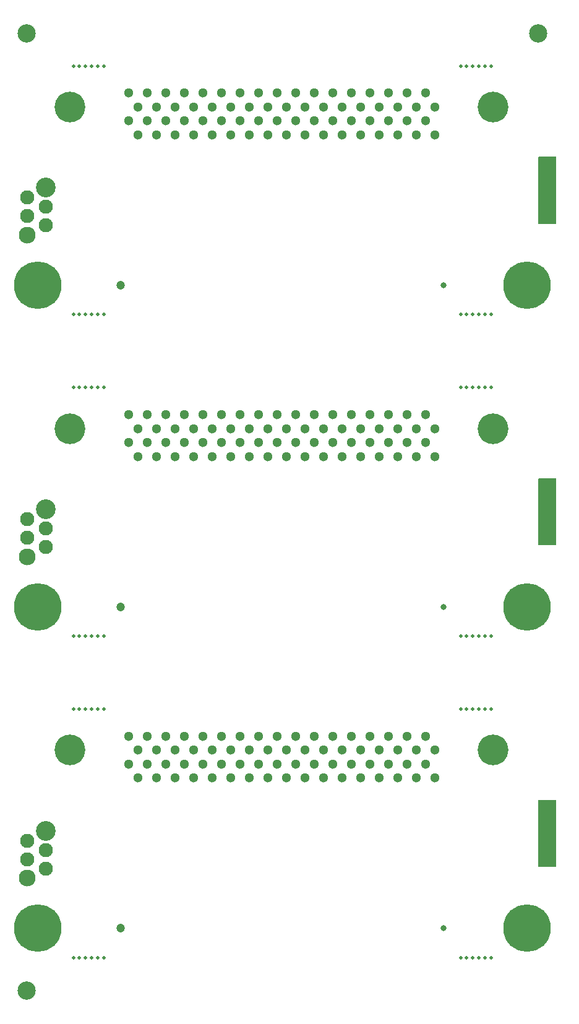
<source format=gbs>
G04 #@! TF.GenerationSoftware,KiCad,Pcbnew,8.0.6*
G04 #@! TF.CreationDate,2024-11-07T02:27:43-08:00*
G04 #@! TF.ProjectId,mse-68-hd-panel,6d73652d-3638-42d6-9864-2d70616e656c,1*
G04 #@! TF.SameCoordinates,Original*
G04 #@! TF.FileFunction,Soldermask,Bot*
G04 #@! TF.FilePolarity,Negative*
%FSLAX46Y46*%
G04 Gerber Fmt 4.6, Leading zero omitted, Abs format (unit mm)*
G04 Created by KiCad (PCBNEW 8.0.6) date 2024-11-07 02:27:43*
%MOMM*%
%LPD*%
G01*
G04 APERTURE LIST*
%ADD10C,0.500000*%
%ADD11C,2.300000*%
%ADD12C,2.700000*%
%ADD13C,1.950000*%
%ADD14C,6.500000*%
%ADD15C,0.800000*%
%ADD16C,1.200000*%
%ADD17C,1.300000*%
%ADD18C,4.200000*%
%ADD19C,2.500000*%
G04 APERTURE END LIST*
D10*
G04 #@! TO.C,KiKit_MB_2_5*
X-62739400Y129002000D03*
G04 #@! TD*
G04 #@! TO.C,KiKit_MB_1_2*
X-9739401Y95002000D03*
G04 #@! TD*
G04 #@! TO.C,KiKit_MB_4_3*
X-63579800Y95002000D03*
G04 #@! TD*
G04 #@! TO.C,KiKit_MB_6_1*
X-66100999Y85002000D03*
G04 #@! TD*
D11*
G04 #@! TO.C,J3*
X-72440000Y61872000D03*
D12*
X-69900000Y68342000D03*
D13*
X-72440000Y67012000D03*
X-69900000Y65742000D03*
X-72440000Y64472000D03*
X-69900000Y63202000D03*
G04 #@! TD*
D10*
G04 #@! TO.C,KiKit_MB_2_3*
X-64420199Y129002000D03*
G04 #@! TD*
G04 #@! TO.C,KiKit_MB_3_6*
X-8899001Y129002000D03*
G04 #@! TD*
G04 #@! TO.C,KiKit_MB_12_1*
X-61899000Y7002000D03*
G04 #@! TD*
G04 #@! TO.C,KiKit_MB_5_2*
X-9739401Y51002000D03*
G04 #@! TD*
G04 #@! TO.C,KiKit_MB_12_2*
X-62739400Y7002000D03*
G04 #@! TD*
G04 #@! TO.C,KiKit_MB_7_5*
X-9739401Y85002000D03*
G04 #@! TD*
G04 #@! TO.C,KiKit_MB_4_5*
X-65260599Y95002000D03*
G04 #@! TD*
G04 #@! TO.C,KiKit_MB_10_2*
X-65260599Y41002000D03*
G04 #@! TD*
G04 #@! TO.C,KiKit_MB_10_1*
X-66100999Y41002000D03*
G04 #@! TD*
G04 #@! TO.C,KiKit_MB_7_3*
X-11420200Y85002000D03*
G04 #@! TD*
G04 #@! TO.C,KiKit_MB_5_4*
X-11420200Y51002000D03*
G04 #@! TD*
G04 #@! TO.C,KiKit_MB_10_4*
X-63579800Y41002000D03*
G04 #@! TD*
G04 #@! TO.C,KiKit_MB_11_2*
X-12260600Y41002000D03*
G04 #@! TD*
G04 #@! TO.C,KiKit_MB_5_1*
X-8899001Y51002000D03*
G04 #@! TD*
G04 #@! TO.C,KiKit_MB_7_1*
X-13101000Y85002000D03*
G04 #@! TD*
G04 #@! TO.C,KiKit_MB_5_3*
X-10579801Y51002000D03*
G04 #@! TD*
G04 #@! TO.C,KiKit_MB_10_6*
X-61899000Y41002000D03*
G04 #@! TD*
G04 #@! TO.C,KiKit_MB_8_5*
X-65260599Y51002000D03*
G04 #@! TD*
D14*
G04 #@! TO.C,H4*
X-4000000Y99002000D03*
G04 #@! TD*
D10*
G04 #@! TO.C,KiKit_MB_11_1*
X-13101000Y41002000D03*
G04 #@! TD*
G04 #@! TO.C,KiKit_MB_6_3*
X-64420199Y85002000D03*
G04 #@! TD*
D14*
G04 #@! TO.C,H4*
X-4000000Y11002000D03*
G04 #@! TD*
D10*
G04 #@! TO.C,KiKit_MB_12_5*
X-65260599Y7002000D03*
G04 #@! TD*
D11*
G04 #@! TO.C,J3*
X-72440000Y17872000D03*
D12*
X-69900000Y24342000D03*
D13*
X-72440000Y23012000D03*
X-69900000Y21742000D03*
X-72440000Y20472000D03*
X-69900000Y19202000D03*
G04 #@! TD*
D10*
G04 #@! TO.C,KiKit_MB_6_4*
X-63579800Y85002000D03*
G04 #@! TD*
D15*
G04 #@! TO.C,J1*
X-15400000Y11002000D03*
D16*
X-59600000Y11002000D03*
G04 #@! TD*
D14*
G04 #@! TO.C,H3*
X-71000000Y11002000D03*
G04 #@! TD*
D15*
G04 #@! TO.C,J1*
X-15400000Y99002000D03*
D16*
X-59600000Y99002000D03*
G04 #@! TD*
D10*
G04 #@! TO.C,KiKit_MB_6_2*
X-65260599Y85002000D03*
G04 #@! TD*
G04 #@! TO.C,KiKit_MB_3_1*
X-13101000Y129002000D03*
G04 #@! TD*
G04 #@! TO.C,KiKit_MB_7_4*
X-10579801Y85002000D03*
G04 #@! TD*
G04 #@! TO.C,KiKit_MB_8_3*
X-63579800Y51002000D03*
G04 #@! TD*
D15*
G04 #@! TO.C,J1*
X-15400000Y55002000D03*
D16*
X-59600000Y55002000D03*
G04 #@! TD*
D10*
G04 #@! TO.C,KiKit_MB_9_5*
X-12260600Y7002000D03*
G04 #@! TD*
G04 #@! TO.C,KiKit_MB_1_1*
X-8899001Y95002000D03*
G04 #@! TD*
D17*
G04 #@! TO.C,J4*
X-58550000Y121486001D03*
X-57280000Y119581000D03*
X-56010000Y121486001D03*
X-54739999Y119581000D03*
X-53470000Y121486001D03*
X-52199999Y119581000D03*
X-50930000Y121486000D03*
X-49659999Y119581000D03*
X-48390000Y121486001D03*
X-47119999Y119581000D03*
X-45850000Y121486001D03*
X-44579998Y119581000D03*
X-43310000Y121486001D03*
X-42039999Y119581000D03*
X-40770000Y121486000D03*
X-39499999Y119581000D03*
X-38230000Y121486000D03*
X-36959999Y119581000D03*
X-35690000Y121486001D03*
X-34420000Y119581000D03*
X-33150000Y121486001D03*
X-31879999Y119581000D03*
X-30610000Y121486001D03*
X-29339999Y119581000D03*
X-28070000Y121486000D03*
X-26799999Y119581000D03*
X-25530000Y121486001D03*
X-24259999Y119581000D03*
X-22990000Y121486001D03*
X-21719998Y119581000D03*
X-20450000Y121486001D03*
X-19179999Y119581000D03*
X-17910000Y121486000D03*
X-16639999Y119581000D03*
X-58550000Y125296000D03*
X-57280000Y123391000D03*
X-56010000Y125296000D03*
X-54740000Y123391000D03*
X-53470000Y125296000D03*
X-52200000Y123391000D03*
X-50930000Y125296000D03*
X-49660000Y123391000D03*
X-48390000Y125296000D03*
X-47120000Y123391000D03*
X-45850000Y125296000D03*
X-44580000Y123391000D03*
X-43310000Y125296000D03*
X-42040000Y123391000D03*
X-40770000Y125296000D03*
X-39500000Y123391000D03*
X-38230000Y125296000D03*
X-36960000Y123391000D03*
X-35690000Y125296000D03*
X-34420000Y123391000D03*
X-33150000Y125296000D03*
X-31880000Y123391000D03*
X-30610000Y125296000D03*
X-29340000Y123391000D03*
X-28070000Y125296000D03*
X-26800000Y123391000D03*
X-25530000Y125296000D03*
X-24260000Y123391000D03*
X-22990000Y125296000D03*
X-21720000Y123391000D03*
X-20450000Y125296000D03*
X-19180000Y123391000D03*
X-17910000Y125296000D03*
X-16640000Y123391000D03*
D18*
X-8639000Y123391000D03*
X-66550000Y123391000D03*
G04 #@! TD*
D10*
G04 #@! TO.C,KiKit_MB_8_2*
X-62739400Y51002000D03*
G04 #@! TD*
D14*
G04 #@! TO.C,H3*
X-71000000Y99002000D03*
G04 #@! TD*
D10*
G04 #@! TO.C,KiKit_MB_3_4*
X-10579801Y129002000D03*
G04 #@! TD*
G04 #@! TO.C,KiKit_MB_8_1*
X-61899000Y51002000D03*
G04 #@! TD*
G04 #@! TO.C,KiKit_MB_8_4*
X-64420199Y51002000D03*
G04 #@! TD*
D17*
G04 #@! TO.C,J4*
X-58550000Y33486001D03*
X-57280000Y31581000D03*
X-56010000Y33486001D03*
X-54739999Y31581000D03*
X-53470000Y33486001D03*
X-52199999Y31581000D03*
X-50930000Y33486000D03*
X-49659999Y31581000D03*
X-48390000Y33486001D03*
X-47119999Y31581000D03*
X-45850000Y33486001D03*
X-44579998Y31581000D03*
X-43310000Y33486001D03*
X-42039999Y31581000D03*
X-40770000Y33486000D03*
X-39499999Y31581000D03*
X-38230000Y33486000D03*
X-36959999Y31581000D03*
X-35690000Y33486001D03*
X-34420000Y31581000D03*
X-33150000Y33486001D03*
X-31879999Y31581000D03*
X-30610000Y33486001D03*
X-29339999Y31581000D03*
X-28070000Y33486000D03*
X-26799999Y31581000D03*
X-25530000Y33486001D03*
X-24259999Y31581000D03*
X-22990000Y33486001D03*
X-21719998Y31581000D03*
X-20450000Y33486001D03*
X-19179999Y31581000D03*
X-17910000Y33486000D03*
X-16639999Y31581000D03*
X-58550000Y37296000D03*
X-57280000Y35391000D03*
X-56010000Y37296000D03*
X-54740000Y35391000D03*
X-53470000Y37296000D03*
X-52200000Y35391000D03*
X-50930000Y37296000D03*
X-49660000Y35391000D03*
X-48390000Y37296000D03*
X-47120000Y35391000D03*
X-45850000Y37296000D03*
X-44580000Y35391000D03*
X-43310000Y37296000D03*
X-42040000Y35391000D03*
X-40770000Y37296000D03*
X-39500000Y35391000D03*
X-38230000Y37296000D03*
X-36960000Y35391000D03*
X-35690000Y37296000D03*
X-34420000Y35391000D03*
X-33150000Y37296000D03*
X-31880000Y35391000D03*
X-30610000Y37296000D03*
X-29340000Y35391000D03*
X-28070000Y37296000D03*
X-26800000Y35391000D03*
X-25530000Y37296000D03*
X-24260000Y35391000D03*
X-22990000Y37296000D03*
X-21720000Y35391000D03*
X-20450000Y37296000D03*
X-19180000Y35391000D03*
X-17910000Y37296000D03*
X-16640000Y35391000D03*
D18*
X-8639000Y35391000D03*
X-66550000Y35391000D03*
G04 #@! TD*
D10*
G04 #@! TO.C,KiKit_MB_11_4*
X-10579801Y41002000D03*
G04 #@! TD*
G04 #@! TO.C,KiKit_MB_9_1*
X-8899001Y7002000D03*
G04 #@! TD*
G04 #@! TO.C,KiKit_MB_2_1*
X-66100999Y129002000D03*
G04 #@! TD*
G04 #@! TO.C,KiKit_MB_7_2*
X-12260600Y85002000D03*
G04 #@! TD*
D14*
G04 #@! TO.C,H4*
X-4000000Y55002000D03*
G04 #@! TD*
G04 #@! TO.C,H3*
X-71000000Y55002000D03*
G04 #@! TD*
D10*
G04 #@! TO.C,KiKit_MB_2_4*
X-63579800Y129002000D03*
G04 #@! TD*
G04 #@! TO.C,KiKit_MB_4_1*
X-61899000Y95002000D03*
G04 #@! TD*
G04 #@! TO.C,KiKit_MB_10_3*
X-64420199Y41002000D03*
G04 #@! TD*
G04 #@! TO.C,KiKit_MB_7_6*
X-8899001Y85002000D03*
G04 #@! TD*
G04 #@! TO.C,KiKit_MB_6_5*
X-62739400Y85002000D03*
G04 #@! TD*
G04 #@! TO.C,KiKit_MB_12_6*
X-66100999Y7002000D03*
G04 #@! TD*
G04 #@! TO.C,KiKit_MB_5_6*
X-13101000Y51002000D03*
G04 #@! TD*
G04 #@! TO.C,KiKit_MB_11_3*
X-11420200Y41002000D03*
G04 #@! TD*
G04 #@! TO.C,KiKit_MB_1_4*
X-11420200Y95002000D03*
G04 #@! TD*
G04 #@! TO.C,KiKit_MB_1_6*
X-13101000Y95002000D03*
G04 #@! TD*
G04 #@! TO.C,KiKit_MB_5_5*
X-12260600Y51002000D03*
G04 #@! TD*
G04 #@! TO.C,KiKit_MB_4_2*
X-62739400Y95002000D03*
G04 #@! TD*
G04 #@! TO.C,KiKit_MB_1_3*
X-10579801Y95002000D03*
G04 #@! TD*
G04 #@! TO.C,KiKit_MB_2_6*
X-61899000Y129002000D03*
G04 #@! TD*
G04 #@! TO.C,KiKit_MB_6_6*
X-61899000Y85002000D03*
G04 #@! TD*
G04 #@! TO.C,KiKit_MB_9_3*
X-10579801Y7002000D03*
G04 #@! TD*
D11*
G04 #@! TO.C,J3*
X-72440000Y105872000D03*
D12*
X-69900000Y112342000D03*
D13*
X-72440000Y111012000D03*
X-69900000Y109742000D03*
X-72440000Y108472000D03*
X-69900000Y107202000D03*
G04 #@! TD*
D10*
G04 #@! TO.C,KiKit_MB_8_6*
X-66100999Y51002000D03*
G04 #@! TD*
G04 #@! TO.C,KiKit_MB_12_3*
X-63579800Y7002000D03*
G04 #@! TD*
G04 #@! TO.C,KiKit_MB_1_5*
X-12260600Y95002000D03*
G04 #@! TD*
G04 #@! TO.C,KiKit_MB_3_3*
X-11420200Y129002000D03*
G04 #@! TD*
G04 #@! TO.C,KiKit_MB_4_4*
X-64420199Y95002000D03*
G04 #@! TD*
G04 #@! TO.C,KiKit_MB_12_4*
X-64420199Y7002000D03*
G04 #@! TD*
G04 #@! TO.C,KiKit_MB_3_5*
X-9739401Y129002000D03*
G04 #@! TD*
G04 #@! TO.C,KiKit_MB_2_2*
X-65260599Y129002000D03*
G04 #@! TD*
D17*
G04 #@! TO.C,J4*
X-58550000Y77486001D03*
X-57280000Y75581000D03*
X-56010000Y77486001D03*
X-54739999Y75581000D03*
X-53470000Y77486001D03*
X-52199999Y75581000D03*
X-50930000Y77486000D03*
X-49659999Y75581000D03*
X-48390000Y77486001D03*
X-47119999Y75581000D03*
X-45850000Y77486001D03*
X-44579998Y75581000D03*
X-43310000Y77486001D03*
X-42039999Y75581000D03*
X-40770000Y77486000D03*
X-39499999Y75581000D03*
X-38230000Y77486000D03*
X-36959999Y75581000D03*
X-35690000Y77486001D03*
X-34420000Y75581000D03*
X-33150000Y77486001D03*
X-31879999Y75581000D03*
X-30610000Y77486001D03*
X-29339999Y75581000D03*
X-28070000Y77486000D03*
X-26799999Y75581000D03*
X-25530000Y77486001D03*
X-24259999Y75581000D03*
X-22990000Y77486001D03*
X-21719998Y75581000D03*
X-20450000Y77486001D03*
X-19179999Y75581000D03*
X-17910000Y77486000D03*
X-16639999Y75581000D03*
X-58550000Y81296000D03*
X-57280000Y79391000D03*
X-56010000Y81296000D03*
X-54740000Y79391000D03*
X-53470000Y81296000D03*
X-52200000Y79391000D03*
X-50930000Y81296000D03*
X-49660000Y79391000D03*
X-48390000Y81296000D03*
X-47120000Y79391000D03*
X-45850000Y81296000D03*
X-44580000Y79391000D03*
X-43310000Y81296000D03*
X-42040000Y79391000D03*
X-40770000Y81296000D03*
X-39500000Y79391000D03*
X-38230000Y81296000D03*
X-36960000Y79391000D03*
X-35690000Y81296000D03*
X-34420000Y79391000D03*
X-33150000Y81296000D03*
X-31880000Y79391000D03*
X-30610000Y81296000D03*
X-29340000Y79391000D03*
X-28070000Y81296000D03*
X-26800000Y79391000D03*
X-25530000Y81296000D03*
X-24260000Y79391000D03*
X-22990000Y81296000D03*
X-21720000Y79391000D03*
X-20450000Y81296000D03*
X-19180000Y79391000D03*
X-17910000Y81296000D03*
X-16640000Y79391000D03*
D18*
X-8639000Y79391000D03*
X-66550000Y79391000D03*
G04 #@! TD*
D10*
G04 #@! TO.C,KiKit_MB_11_5*
X-9739401Y41002000D03*
G04 #@! TD*
G04 #@! TO.C,KiKit_MB_4_6*
X-66100999Y95002000D03*
G04 #@! TD*
G04 #@! TO.C,KiKit_MB_11_6*
X-8899001Y41002000D03*
G04 #@! TD*
G04 #@! TO.C,KiKit_MB_9_4*
X-11420200Y7002000D03*
G04 #@! TD*
G04 #@! TO.C,KiKit_MB_3_2*
X-12260600Y129002000D03*
G04 #@! TD*
G04 #@! TO.C,KiKit_MB_10_5*
X-62739400Y41002000D03*
G04 #@! TD*
G04 #@! TO.C,KiKit_MB_9_6*
X-13101000Y7002000D03*
G04 #@! TD*
G04 #@! TO.C,KiKit_MB_9_2*
X-9739401Y7002000D03*
G04 #@! TD*
D19*
G04 #@! TO.C,KiKit_FID_B_1*
X-72500000Y133503500D03*
G04 #@! TD*
G04 #@! TO.C,KiKit_FID_B_2*
X-2500000Y133503500D03*
G04 #@! TD*
G04 #@! TO.C,KiKit_FID_B_3*
X-72500000Y2500000D03*
G04 #@! TD*
G36*
X-56961Y72582315D02*
G01*
X-11206Y72529511D01*
X0Y72478000D01*
X0Y63526000D01*
X-19685Y63458961D01*
X-72489Y63413206D01*
X-124000Y63402000D01*
X-2376000Y63402000D01*
X-2443039Y63421685D01*
X-2488794Y63474489D01*
X-2500000Y63526000D01*
X-2500000Y72478000D01*
X-2480315Y72545039D01*
X-2427511Y72590794D01*
X-2376000Y72602000D01*
X-124000Y72602000D01*
X-56961Y72582315D01*
G37*
G36*
X-56961Y28582315D02*
G01*
X-11206Y28529511D01*
X0Y28478000D01*
X0Y19526000D01*
X-19685Y19458961D01*
X-72489Y19413206D01*
X-124000Y19402000D01*
X-2376000Y19402000D01*
X-2443039Y19421685D01*
X-2488794Y19474489D01*
X-2500000Y19526000D01*
X-2500000Y28478000D01*
X-2480315Y28545039D01*
X-2427511Y28590794D01*
X-2376000Y28602000D01*
X-124000Y28602000D01*
X-56961Y28582315D01*
G37*
G36*
X-56961Y116582315D02*
G01*
X-11206Y116529511D01*
X0Y116478000D01*
X0Y107526000D01*
X-19685Y107458961D01*
X-72489Y107413206D01*
X-124000Y107402000D01*
X-2376000Y107402000D01*
X-2443039Y107421685D01*
X-2488794Y107474489D01*
X-2500000Y107526000D01*
X-2500000Y116478000D01*
X-2480315Y116545039D01*
X-2427511Y116590794D01*
X-2376000Y116602000D01*
X-124000Y116602000D01*
X-56961Y116582315D01*
G37*
M02*

</source>
